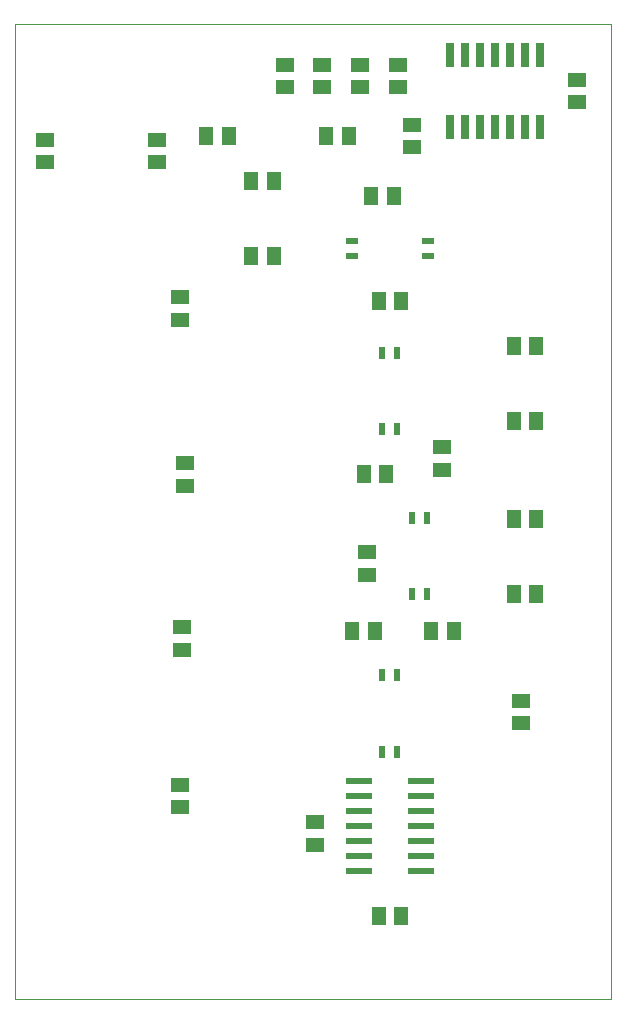
<source format=gbp>
G75*
%MOIN*%
%OFA0B0*%
%FSLAX25Y25*%
%IPPOS*%
%LPD*%
%AMOC8*
5,1,8,0,0,1.08239X$1,22.5*
%
%ADD10C,0.00000*%
%ADD11R,0.05906X0.05118*%
%ADD12R,0.05118X0.05906*%
%ADD13R,0.02600X0.08000*%
%ADD14R,0.03937X0.01969*%
%ADD15R,0.01969X0.03937*%
%ADD16R,0.08661X0.02362*%
D10*
X0003000Y0001000D02*
X0003000Y0325961D01*
X0201701Y0325961D01*
X0201701Y0001000D01*
X0003000Y0001000D01*
D11*
X0058000Y0064760D03*
X0058000Y0072240D03*
X0058852Y0117260D03*
X0058852Y0124740D03*
X0059640Y0171962D03*
X0059640Y0179442D03*
X0058000Y0227260D03*
X0058000Y0234740D03*
X0050500Y0279760D03*
X0050500Y0287240D03*
X0013000Y0287240D03*
X0013000Y0279760D03*
X0093000Y0304760D03*
X0093000Y0312240D03*
X0105500Y0312240D03*
X0105500Y0304760D03*
X0118000Y0304760D03*
X0118000Y0312240D03*
X0130732Y0312293D03*
X0130732Y0304813D03*
X0135500Y0292240D03*
X0135500Y0284760D03*
X0190500Y0299760D03*
X0190500Y0307240D03*
X0145500Y0184740D03*
X0145500Y0177260D03*
X0120500Y0149740D03*
X0120500Y0142260D03*
X0103000Y0059740D03*
X0103000Y0052260D03*
X0171623Y0092797D03*
X0171623Y0100278D03*
D12*
X0169260Y0136000D03*
X0176740Y0136000D03*
X0176740Y0161000D03*
X0169260Y0161000D03*
X0169260Y0193500D03*
X0176740Y0193500D03*
X0176740Y0218500D03*
X0169260Y0218500D03*
X0131740Y0233500D03*
X0124260Y0233500D03*
X0121760Y0268500D03*
X0129240Y0268500D03*
X0114240Y0288500D03*
X0106760Y0288500D03*
X0089240Y0273500D03*
X0081760Y0273500D03*
X0074240Y0288500D03*
X0066760Y0288500D03*
X0081760Y0248500D03*
X0089240Y0248500D03*
X0119260Y0176000D03*
X0126740Y0176000D03*
X0122985Y0123503D03*
X0115505Y0123503D03*
X0141760Y0123500D03*
X0149240Y0123500D03*
X0131740Y0028500D03*
X0124260Y0028500D03*
D13*
X0148000Y0291400D03*
X0153000Y0291400D03*
X0158000Y0291400D03*
X0163000Y0291400D03*
X0168000Y0291400D03*
X0173000Y0291400D03*
X0178000Y0291400D03*
X0178000Y0315600D03*
X0173000Y0315600D03*
X0168000Y0315600D03*
X0163000Y0315600D03*
X0158000Y0315600D03*
X0153000Y0315600D03*
X0148000Y0315600D03*
D14*
X0140756Y0253500D03*
X0140756Y0248500D03*
X0115244Y0248500D03*
X0115244Y0253500D03*
D15*
X0125500Y0216256D03*
X0130500Y0216256D03*
X0130500Y0190744D03*
X0125500Y0190744D03*
X0135500Y0161256D03*
X0140500Y0161256D03*
X0140500Y0135744D03*
X0135500Y0135744D03*
X0130500Y0108756D03*
X0125500Y0108756D03*
X0125500Y0083244D03*
X0130500Y0083244D03*
D16*
X0138236Y0073500D03*
X0138236Y0068500D03*
X0138236Y0063500D03*
X0138236Y0058500D03*
X0138236Y0053500D03*
X0138236Y0048500D03*
X0138236Y0043500D03*
X0117764Y0043500D03*
X0117764Y0048500D03*
X0117764Y0053500D03*
X0117764Y0058500D03*
X0117764Y0063500D03*
X0117764Y0068500D03*
X0117764Y0073500D03*
M02*

</source>
